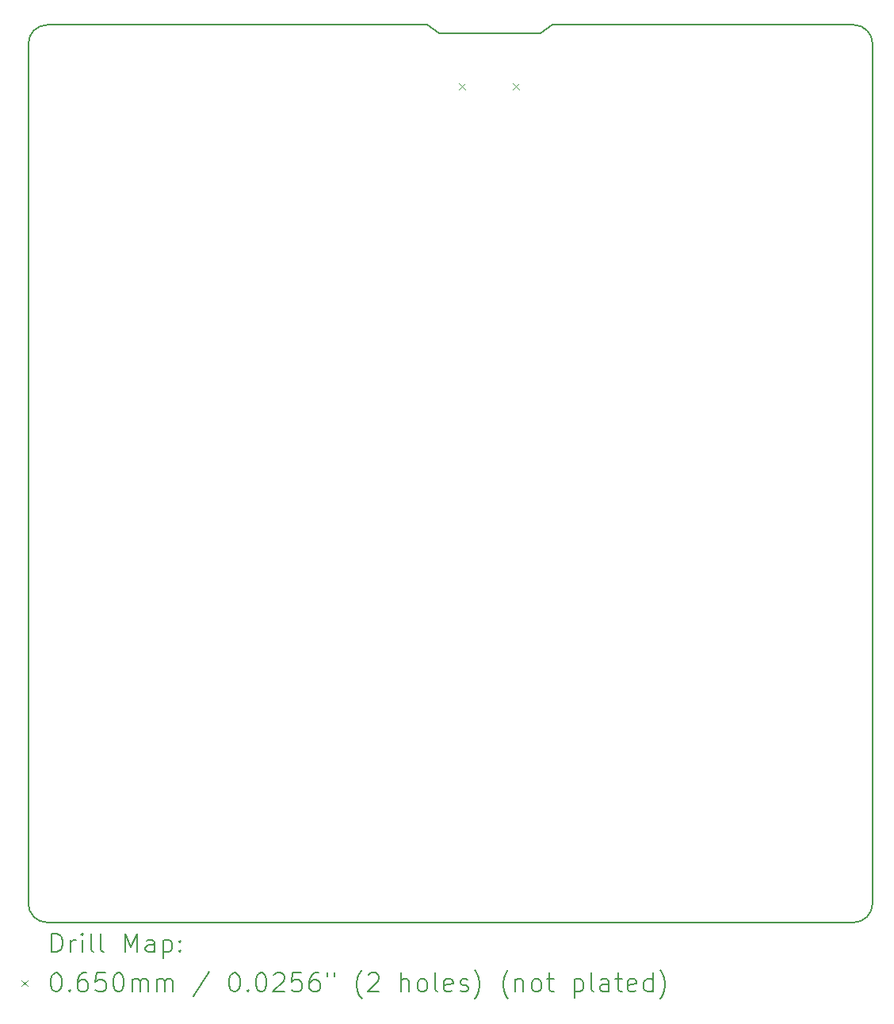
<source format=gbr>
%FSLAX45Y45*%
G04 Gerber Fmt 4.5, Leading zero omitted, Abs format (unit mm)*
G04 Created by KiCad (PCBNEW (6.0.5-0)) date 2023-01-12 14:04:50*
%MOMM*%
%LPD*%
G01*
G04 APERTURE LIST*
%TA.AperFunction,Profile*%
%ADD10C,0.150000*%
%TD*%
%ADD11C,0.200000*%
%ADD12C,0.065000*%
G04 APERTURE END LIST*
D10*
X10033610Y-5248910D02*
G75*
G03*
X9833610Y-5448910I0J-200000D01*
G01*
X9833610Y-14637410D02*
G75*
G03*
X10033610Y-14837410I200000J0D01*
G01*
X18650610Y-14837410D02*
G75*
G03*
X18850610Y-14637410I0J200000D01*
G01*
X15427610Y-5249910D02*
X15300610Y-5338810D01*
X14221110Y-5338810D02*
X14093110Y-5248910D01*
X14093110Y-5248910D02*
X10033610Y-5248910D01*
X18850610Y-14637410D02*
X18850610Y-5448910D01*
X18850610Y-5448910D02*
G75*
G03*
X18650610Y-5248910I-200000J0D01*
G01*
X18650610Y-5248910D02*
X15427610Y-5249910D01*
X9833610Y-5448910D02*
X9833610Y-14637410D01*
X10033610Y-14837410D02*
X18650610Y-14837410D01*
X15300610Y-5338810D02*
X14221110Y-5338810D01*
D11*
D12*
X14434160Y-5876180D02*
X14499160Y-5941180D01*
X14499160Y-5876180D02*
X14434160Y-5941180D01*
X15012160Y-5876180D02*
X15077160Y-5941180D01*
X15077160Y-5876180D02*
X15012160Y-5941180D01*
D11*
X10083729Y-15155386D02*
X10083729Y-14955386D01*
X10131348Y-14955386D01*
X10159920Y-14964910D01*
X10178967Y-14983958D01*
X10188491Y-15003005D01*
X10198015Y-15041100D01*
X10198015Y-15069672D01*
X10188491Y-15107767D01*
X10178967Y-15126815D01*
X10159920Y-15145862D01*
X10131348Y-15155386D01*
X10083729Y-15155386D01*
X10283729Y-15155386D02*
X10283729Y-15022053D01*
X10283729Y-15060148D02*
X10293253Y-15041100D01*
X10302777Y-15031577D01*
X10321824Y-15022053D01*
X10340872Y-15022053D01*
X10407539Y-15155386D02*
X10407539Y-15022053D01*
X10407539Y-14955386D02*
X10398015Y-14964910D01*
X10407539Y-14974434D01*
X10417062Y-14964910D01*
X10407539Y-14955386D01*
X10407539Y-14974434D01*
X10531348Y-15155386D02*
X10512300Y-15145862D01*
X10502777Y-15126815D01*
X10502777Y-14955386D01*
X10636110Y-15155386D02*
X10617062Y-15145862D01*
X10607539Y-15126815D01*
X10607539Y-14955386D01*
X10864681Y-15155386D02*
X10864681Y-14955386D01*
X10931348Y-15098243D01*
X10998015Y-14955386D01*
X10998015Y-15155386D01*
X11178967Y-15155386D02*
X11178967Y-15050624D01*
X11169443Y-15031577D01*
X11150396Y-15022053D01*
X11112300Y-15022053D01*
X11093253Y-15031577D01*
X11178967Y-15145862D02*
X11159920Y-15155386D01*
X11112300Y-15155386D01*
X11093253Y-15145862D01*
X11083729Y-15126815D01*
X11083729Y-15107767D01*
X11093253Y-15088719D01*
X11112300Y-15079196D01*
X11159920Y-15079196D01*
X11178967Y-15069672D01*
X11274205Y-15022053D02*
X11274205Y-15222053D01*
X11274205Y-15031577D02*
X11293253Y-15022053D01*
X11331348Y-15022053D01*
X11350396Y-15031577D01*
X11359919Y-15041100D01*
X11369443Y-15060148D01*
X11369443Y-15117291D01*
X11359919Y-15136338D01*
X11350396Y-15145862D01*
X11331348Y-15155386D01*
X11293253Y-15155386D01*
X11274205Y-15145862D01*
X11455158Y-15136338D02*
X11464681Y-15145862D01*
X11455158Y-15155386D01*
X11445634Y-15145862D01*
X11455158Y-15136338D01*
X11455158Y-15155386D01*
X11455158Y-15031577D02*
X11464681Y-15041100D01*
X11455158Y-15050624D01*
X11445634Y-15041100D01*
X11455158Y-15031577D01*
X11455158Y-15050624D01*
D12*
X9761110Y-15452410D02*
X9826110Y-15517410D01*
X9826110Y-15452410D02*
X9761110Y-15517410D01*
D11*
X10121824Y-15375386D02*
X10140872Y-15375386D01*
X10159920Y-15384910D01*
X10169443Y-15394434D01*
X10178967Y-15413481D01*
X10188491Y-15451577D01*
X10188491Y-15499196D01*
X10178967Y-15537291D01*
X10169443Y-15556338D01*
X10159920Y-15565862D01*
X10140872Y-15575386D01*
X10121824Y-15575386D01*
X10102777Y-15565862D01*
X10093253Y-15556338D01*
X10083729Y-15537291D01*
X10074205Y-15499196D01*
X10074205Y-15451577D01*
X10083729Y-15413481D01*
X10093253Y-15394434D01*
X10102777Y-15384910D01*
X10121824Y-15375386D01*
X10274205Y-15556338D02*
X10283729Y-15565862D01*
X10274205Y-15575386D01*
X10264681Y-15565862D01*
X10274205Y-15556338D01*
X10274205Y-15575386D01*
X10455158Y-15375386D02*
X10417062Y-15375386D01*
X10398015Y-15384910D01*
X10388491Y-15394434D01*
X10369443Y-15423005D01*
X10359920Y-15461100D01*
X10359920Y-15537291D01*
X10369443Y-15556338D01*
X10378967Y-15565862D01*
X10398015Y-15575386D01*
X10436110Y-15575386D01*
X10455158Y-15565862D01*
X10464681Y-15556338D01*
X10474205Y-15537291D01*
X10474205Y-15489672D01*
X10464681Y-15470624D01*
X10455158Y-15461100D01*
X10436110Y-15451577D01*
X10398015Y-15451577D01*
X10378967Y-15461100D01*
X10369443Y-15470624D01*
X10359920Y-15489672D01*
X10655158Y-15375386D02*
X10559920Y-15375386D01*
X10550396Y-15470624D01*
X10559920Y-15461100D01*
X10578967Y-15451577D01*
X10626586Y-15451577D01*
X10645634Y-15461100D01*
X10655158Y-15470624D01*
X10664681Y-15489672D01*
X10664681Y-15537291D01*
X10655158Y-15556338D01*
X10645634Y-15565862D01*
X10626586Y-15575386D01*
X10578967Y-15575386D01*
X10559920Y-15565862D01*
X10550396Y-15556338D01*
X10788491Y-15375386D02*
X10807539Y-15375386D01*
X10826586Y-15384910D01*
X10836110Y-15394434D01*
X10845634Y-15413481D01*
X10855158Y-15451577D01*
X10855158Y-15499196D01*
X10845634Y-15537291D01*
X10836110Y-15556338D01*
X10826586Y-15565862D01*
X10807539Y-15575386D01*
X10788491Y-15575386D01*
X10769443Y-15565862D01*
X10759920Y-15556338D01*
X10750396Y-15537291D01*
X10740872Y-15499196D01*
X10740872Y-15451577D01*
X10750396Y-15413481D01*
X10759920Y-15394434D01*
X10769443Y-15384910D01*
X10788491Y-15375386D01*
X10940872Y-15575386D02*
X10940872Y-15442053D01*
X10940872Y-15461100D02*
X10950396Y-15451577D01*
X10969443Y-15442053D01*
X10998015Y-15442053D01*
X11017062Y-15451577D01*
X11026586Y-15470624D01*
X11026586Y-15575386D01*
X11026586Y-15470624D02*
X11036110Y-15451577D01*
X11055158Y-15442053D01*
X11083729Y-15442053D01*
X11102777Y-15451577D01*
X11112300Y-15470624D01*
X11112300Y-15575386D01*
X11207538Y-15575386D02*
X11207538Y-15442053D01*
X11207538Y-15461100D02*
X11217062Y-15451577D01*
X11236110Y-15442053D01*
X11264681Y-15442053D01*
X11283729Y-15451577D01*
X11293253Y-15470624D01*
X11293253Y-15575386D01*
X11293253Y-15470624D02*
X11302777Y-15451577D01*
X11321824Y-15442053D01*
X11350396Y-15442053D01*
X11369443Y-15451577D01*
X11378967Y-15470624D01*
X11378967Y-15575386D01*
X11769443Y-15365862D02*
X11598015Y-15623005D01*
X12026586Y-15375386D02*
X12045634Y-15375386D01*
X12064681Y-15384910D01*
X12074205Y-15394434D01*
X12083729Y-15413481D01*
X12093253Y-15451577D01*
X12093253Y-15499196D01*
X12083729Y-15537291D01*
X12074205Y-15556338D01*
X12064681Y-15565862D01*
X12045634Y-15575386D01*
X12026586Y-15575386D01*
X12007538Y-15565862D01*
X11998015Y-15556338D01*
X11988491Y-15537291D01*
X11978967Y-15499196D01*
X11978967Y-15451577D01*
X11988491Y-15413481D01*
X11998015Y-15394434D01*
X12007538Y-15384910D01*
X12026586Y-15375386D01*
X12178967Y-15556338D02*
X12188491Y-15565862D01*
X12178967Y-15575386D01*
X12169443Y-15565862D01*
X12178967Y-15556338D01*
X12178967Y-15575386D01*
X12312300Y-15375386D02*
X12331348Y-15375386D01*
X12350396Y-15384910D01*
X12359919Y-15394434D01*
X12369443Y-15413481D01*
X12378967Y-15451577D01*
X12378967Y-15499196D01*
X12369443Y-15537291D01*
X12359919Y-15556338D01*
X12350396Y-15565862D01*
X12331348Y-15575386D01*
X12312300Y-15575386D01*
X12293253Y-15565862D01*
X12283729Y-15556338D01*
X12274205Y-15537291D01*
X12264681Y-15499196D01*
X12264681Y-15451577D01*
X12274205Y-15413481D01*
X12283729Y-15394434D01*
X12293253Y-15384910D01*
X12312300Y-15375386D01*
X12455158Y-15394434D02*
X12464681Y-15384910D01*
X12483729Y-15375386D01*
X12531348Y-15375386D01*
X12550396Y-15384910D01*
X12559919Y-15394434D01*
X12569443Y-15413481D01*
X12569443Y-15432529D01*
X12559919Y-15461100D01*
X12445634Y-15575386D01*
X12569443Y-15575386D01*
X12750396Y-15375386D02*
X12655158Y-15375386D01*
X12645634Y-15470624D01*
X12655158Y-15461100D01*
X12674205Y-15451577D01*
X12721824Y-15451577D01*
X12740872Y-15461100D01*
X12750396Y-15470624D01*
X12759919Y-15489672D01*
X12759919Y-15537291D01*
X12750396Y-15556338D01*
X12740872Y-15565862D01*
X12721824Y-15575386D01*
X12674205Y-15575386D01*
X12655158Y-15565862D01*
X12645634Y-15556338D01*
X12931348Y-15375386D02*
X12893253Y-15375386D01*
X12874205Y-15384910D01*
X12864681Y-15394434D01*
X12845634Y-15423005D01*
X12836110Y-15461100D01*
X12836110Y-15537291D01*
X12845634Y-15556338D01*
X12855158Y-15565862D01*
X12874205Y-15575386D01*
X12912300Y-15575386D01*
X12931348Y-15565862D01*
X12940872Y-15556338D01*
X12950396Y-15537291D01*
X12950396Y-15489672D01*
X12940872Y-15470624D01*
X12931348Y-15461100D01*
X12912300Y-15451577D01*
X12874205Y-15451577D01*
X12855158Y-15461100D01*
X12845634Y-15470624D01*
X12836110Y-15489672D01*
X13026586Y-15375386D02*
X13026586Y-15413481D01*
X13102777Y-15375386D02*
X13102777Y-15413481D01*
X13398015Y-15651577D02*
X13388491Y-15642053D01*
X13369443Y-15613481D01*
X13359919Y-15594434D01*
X13350396Y-15565862D01*
X13340872Y-15518243D01*
X13340872Y-15480148D01*
X13350396Y-15432529D01*
X13359919Y-15403958D01*
X13369443Y-15384910D01*
X13388491Y-15356338D01*
X13398015Y-15346815D01*
X13464681Y-15394434D02*
X13474205Y-15384910D01*
X13493253Y-15375386D01*
X13540872Y-15375386D01*
X13559919Y-15384910D01*
X13569443Y-15394434D01*
X13578967Y-15413481D01*
X13578967Y-15432529D01*
X13569443Y-15461100D01*
X13455158Y-15575386D01*
X13578967Y-15575386D01*
X13817062Y-15575386D02*
X13817062Y-15375386D01*
X13902777Y-15575386D02*
X13902777Y-15470624D01*
X13893253Y-15451577D01*
X13874205Y-15442053D01*
X13845634Y-15442053D01*
X13826586Y-15451577D01*
X13817062Y-15461100D01*
X14026586Y-15575386D02*
X14007538Y-15565862D01*
X13998015Y-15556338D01*
X13988491Y-15537291D01*
X13988491Y-15480148D01*
X13998015Y-15461100D01*
X14007538Y-15451577D01*
X14026586Y-15442053D01*
X14055158Y-15442053D01*
X14074205Y-15451577D01*
X14083729Y-15461100D01*
X14093253Y-15480148D01*
X14093253Y-15537291D01*
X14083729Y-15556338D01*
X14074205Y-15565862D01*
X14055158Y-15575386D01*
X14026586Y-15575386D01*
X14207538Y-15575386D02*
X14188491Y-15565862D01*
X14178967Y-15546815D01*
X14178967Y-15375386D01*
X14359919Y-15565862D02*
X14340872Y-15575386D01*
X14302777Y-15575386D01*
X14283729Y-15565862D01*
X14274205Y-15546815D01*
X14274205Y-15470624D01*
X14283729Y-15451577D01*
X14302777Y-15442053D01*
X14340872Y-15442053D01*
X14359919Y-15451577D01*
X14369443Y-15470624D01*
X14369443Y-15489672D01*
X14274205Y-15508719D01*
X14445634Y-15565862D02*
X14464681Y-15575386D01*
X14502777Y-15575386D01*
X14521824Y-15565862D01*
X14531348Y-15546815D01*
X14531348Y-15537291D01*
X14521824Y-15518243D01*
X14502777Y-15508719D01*
X14474205Y-15508719D01*
X14455158Y-15499196D01*
X14445634Y-15480148D01*
X14445634Y-15470624D01*
X14455158Y-15451577D01*
X14474205Y-15442053D01*
X14502777Y-15442053D01*
X14521824Y-15451577D01*
X14598015Y-15651577D02*
X14607538Y-15642053D01*
X14626586Y-15613481D01*
X14636110Y-15594434D01*
X14645634Y-15565862D01*
X14655158Y-15518243D01*
X14655158Y-15480148D01*
X14645634Y-15432529D01*
X14636110Y-15403958D01*
X14626586Y-15384910D01*
X14607538Y-15356338D01*
X14598015Y-15346815D01*
X14959919Y-15651577D02*
X14950396Y-15642053D01*
X14931348Y-15613481D01*
X14921824Y-15594434D01*
X14912300Y-15565862D01*
X14902777Y-15518243D01*
X14902777Y-15480148D01*
X14912300Y-15432529D01*
X14921824Y-15403958D01*
X14931348Y-15384910D01*
X14950396Y-15356338D01*
X14959919Y-15346815D01*
X15036110Y-15442053D02*
X15036110Y-15575386D01*
X15036110Y-15461100D02*
X15045634Y-15451577D01*
X15064681Y-15442053D01*
X15093253Y-15442053D01*
X15112300Y-15451577D01*
X15121824Y-15470624D01*
X15121824Y-15575386D01*
X15245634Y-15575386D02*
X15226586Y-15565862D01*
X15217062Y-15556338D01*
X15207538Y-15537291D01*
X15207538Y-15480148D01*
X15217062Y-15461100D01*
X15226586Y-15451577D01*
X15245634Y-15442053D01*
X15274205Y-15442053D01*
X15293253Y-15451577D01*
X15302777Y-15461100D01*
X15312300Y-15480148D01*
X15312300Y-15537291D01*
X15302777Y-15556338D01*
X15293253Y-15565862D01*
X15274205Y-15575386D01*
X15245634Y-15575386D01*
X15369443Y-15442053D02*
X15445634Y-15442053D01*
X15398015Y-15375386D02*
X15398015Y-15546815D01*
X15407538Y-15565862D01*
X15426586Y-15575386D01*
X15445634Y-15575386D01*
X15664681Y-15442053D02*
X15664681Y-15642053D01*
X15664681Y-15451577D02*
X15683729Y-15442053D01*
X15721824Y-15442053D01*
X15740872Y-15451577D01*
X15750396Y-15461100D01*
X15759919Y-15480148D01*
X15759919Y-15537291D01*
X15750396Y-15556338D01*
X15740872Y-15565862D01*
X15721824Y-15575386D01*
X15683729Y-15575386D01*
X15664681Y-15565862D01*
X15874205Y-15575386D02*
X15855158Y-15565862D01*
X15845634Y-15546815D01*
X15845634Y-15375386D01*
X16036110Y-15575386D02*
X16036110Y-15470624D01*
X16026586Y-15451577D01*
X16007538Y-15442053D01*
X15969443Y-15442053D01*
X15950396Y-15451577D01*
X16036110Y-15565862D02*
X16017062Y-15575386D01*
X15969443Y-15575386D01*
X15950396Y-15565862D01*
X15940872Y-15546815D01*
X15940872Y-15527767D01*
X15950396Y-15508719D01*
X15969443Y-15499196D01*
X16017062Y-15499196D01*
X16036110Y-15489672D01*
X16102777Y-15442053D02*
X16178967Y-15442053D01*
X16131348Y-15375386D02*
X16131348Y-15546815D01*
X16140872Y-15565862D01*
X16159919Y-15575386D01*
X16178967Y-15575386D01*
X16321824Y-15565862D02*
X16302777Y-15575386D01*
X16264681Y-15575386D01*
X16245634Y-15565862D01*
X16236110Y-15546815D01*
X16236110Y-15470624D01*
X16245634Y-15451577D01*
X16264681Y-15442053D01*
X16302777Y-15442053D01*
X16321824Y-15451577D01*
X16331348Y-15470624D01*
X16331348Y-15489672D01*
X16236110Y-15508719D01*
X16502777Y-15575386D02*
X16502777Y-15375386D01*
X16502777Y-15565862D02*
X16483729Y-15575386D01*
X16445634Y-15575386D01*
X16426586Y-15565862D01*
X16417062Y-15556338D01*
X16407538Y-15537291D01*
X16407538Y-15480148D01*
X16417062Y-15461100D01*
X16426586Y-15451577D01*
X16445634Y-15442053D01*
X16483729Y-15442053D01*
X16502777Y-15451577D01*
X16578967Y-15651577D02*
X16588491Y-15642053D01*
X16607538Y-15613481D01*
X16617062Y-15594434D01*
X16626586Y-15565862D01*
X16636110Y-15518243D01*
X16636110Y-15480148D01*
X16626586Y-15432529D01*
X16617062Y-15403958D01*
X16607538Y-15384910D01*
X16588491Y-15356338D01*
X16578967Y-15346815D01*
M02*

</source>
